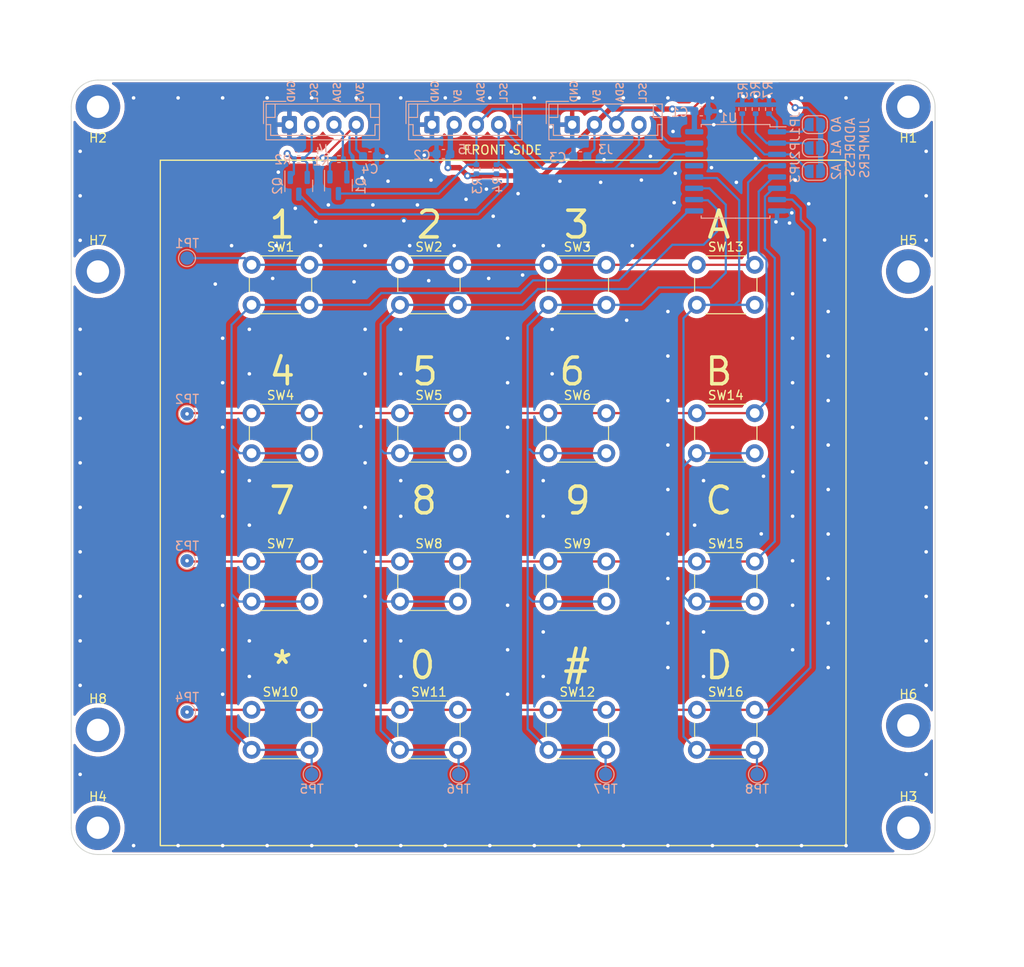
<source format=kicad_pcb>
(kicad_pcb (version 20221018) (generator pcbnew)
  (layers (0 "F.Cu" signal) (31 "B.Cu" signal) (34 "B.Paste" user) (35 "F.Paste" user) (36 "B.SilkS" user "B.Silkscreen") (37 "F.SilkS" user "F.Silkscreen") (38 "B.Mask" user) (39 "F.Mask" user) (44 "Edge.Cuts" user))
  (net 0 "")
  (net 1 "+5V")
  (net 2 "GND")
  (net 3 "/PIN1")
  (net 4 "/PIN2")
  (net 5 "/PIN3")
  (net 6 "/PIN4")
  (net 7 "/PIN5")
  (net 8 "/PIN6")
  (net 9 "/PIN7")
  (net 10 "/PIN8")
  (net 11 "/SDA5")
  (net 12 "/SCL5")
  (net 13 "/SCL")
  (net 14 "/SDA")
  (net 15 "+3V3")
  (net 16 "/A0")
  (net 17 "/A1")
  (net 18 "/A2")
  (footprint "MountingHole:MountingHole_2.5mm_Pad" (layer "F.Cu") (at 182 143)
    (fp_text reference "H3")
    (fp_text value "MountingHole")
  )
  (footprint "MountingHole:MountingHole_2.5mm_Pad" (layer "F.Cu") (at 182 131.5)
    (fp_text reference "H6")
    (fp_text value "MountingHole")
  )
  (footprint "Button_Switch_THT:SW_PUSH_6mm_H4.3mm" (layer "F.Cu") (at 108.251 129.748)
    (fp_text reference "SW10")
    (fp_text value "B*")
  )
  (footprint "Button_Switch_THT:SW_PUSH_6mm_H4.3mm" (layer "F.Cu") (at 124.917 96.416)
    (fp_text reference "SW5")
    (fp_text value "B5")
  )
  (footprint "Button_Switch_THT:SW_PUSH_6mm_H4.3mm" (layer "F.Cu") (at 158.249 113.082)
    (fp_text reference "SW15")
    (fp_text value "BC")
  )
  (footprint "Button_Switch_THT:SW_PUSH_6mm_H4.3mm" (layer "F.Cu") (at 141.583 129.748)
    (fp_text reference "SW12")
    (fp_text value "B#")
  )
  (footprint "MountingHole:MountingHole_2.5mm_Pad" (layer "F.Cu") (at 91 62 180)
    (fp_text reference "H2")
    (fp_text value "MountingHole")
  )
  (footprint "MountingHole:MountingHole_2.5mm_Pad" (layer "F.Cu") (at 91 80.5)
    (fp_text reference "H7")
    (fp_text value "MountingHole")
  )
  (footprint "Button_Switch_THT:SW_PUSH_6mm_H4.3mm" (layer "F.Cu") (at 158.249 129.748)
    (fp_text reference "SW16")
    (fp_text value "BD")
  )
  (footprint "Button_Switch_THT:SW_PUSH_6mm_H4.3mm" (layer "F.Cu") (at 108.251 96.416)
    (fp_text reference "SW4")
    (fp_text value "B4")
  )
  (footprint "Button_Switch_THT:SW_PUSH_6mm_H4.3mm" (layer "F.Cu") (at 124.917 79.75)
    (fp_text reference "SW2")
    (fp_text value "B2")
  )
  (footprint "Button_Switch_THT:SW_PUSH_6mm_H4.3mm" (layer "F.Cu") (at 124.917 129.748)
    (fp_text reference "SW11")
    (fp_text value "B0")
  )
  (footprint "MountingHole:MountingHole_2.5mm_Pad" (layer "F.Cu") (at 91 143)
    (fp_text reference "H4")
    (fp_text value "MountingHole")
  )
  (footprint "Button_Switch_THT:SW_PUSH_6mm_H4.3mm" (layer "F.Cu") (at 158.249 79.75)
    (fp_text reference "SW13")
    (fp_text value "BA")
  )
  (footprint "MountingHole:MountingHole_2.5mm_Pad" (layer "F.Cu") (at 91 132)
    (fp_text reference "H8")
    (fp_text value "MountingHole")
  )
  (footprint "Button_Switch_THT:SW_PUSH_6mm_H4.3mm" (layer "F.Cu") (at 141.583 96.416)
    (fp_text reference "SW6")
    (fp_text value "B6")
  )
  (footprint "MountingHole:MountingHole_2.5mm_Pad" (layer "F.Cu") (at 182 80.5)
    (fp_text reference "H5")
    (fp_text value "MountingHole")
  )
  (footprint "Button_Switch_THT:SW_PUSH_6mm_H4.3mm" (layer "F.Cu") (at 108.251 79.75)
    (fp_text reference "SW1")
    (fp_text value "B1")
  )
  (footprint "Button_Switch_THT:SW_PUSH_6mm_H4.3mm" (layer "F.Cu") (at 124.917 113.082)
    (fp_text reference "SW8")
    (fp_text value "B8")
  )
  (footprint "Button_Switch_THT:SW_PUSH_6mm_H4.3mm" (layer "F.Cu") (at 141.583 79.75)
    (fp_text reference "SW3")
    (fp_text value "B3")
  )
  (footprint "Button_Switch_THT:SW_PUSH_6mm_H4.3mm" (layer "F.Cu") (at 108.251 113.082)
    (fp_text reference "SW7")
    (fp_text value "B7")
  )
  (footprint "Button_Switch_THT:SW_PUSH_6mm_H4.3mm" (layer "F.Cu") (at 141.583 113.082)
    (fp_text reference "SW9")
    (fp_text value "B9")
  )
  (footprint "Button_Switch_THT:SW_PUSH_6mm_H4.3mm" (layer "F.Cu") (at 158.249 96.416)
    (fp_text reference "SW14")
    (fp_text value "BB")
  )
  (footprint "MountingHole:MountingHole_2.5mm_Pad" (layer "F.Cu") (at 182 62 180)
    (fp_text reference "H1")
    (fp_text value "MountingHole")
  )
  (footprint "TestPoint:TestPoint_Pad_D1.5mm" (layer "B.Cu") (at 165 137)
    (fp_text reference "TP8")
    (fp_text value "TestPoint")
  )
  (footprint "Package_TO_SOT_SMD:SOT-23" (layer "B.Cu") (at 118 70.8125 -90)
    (fp_text reference "Q1")
    (fp_text value "2N7002")
  )
  (footprint "Capacitor_SMD:C_0603_1608Metric" (layer "B.Cu") (at 158.75 62.5)
    (fp_text reference "C1")
    (fp_text value "100nF")
  )
  (footprint "Jumper:SolderJumper-2_P1.3mm_Open_RoundedPad1.0x1.5mm" (layer "B.Cu") (at 171.5 69.25 180)
    (fp_text reference "JP3")
    (fp_text value "ADDR")
  )
  (footprint "Connector_JST:JST_EH_B4B-EH-A_1x04_P2.50mm_Vertical" (layer "B.Cu") (at 128.5 64)
    (fp_text reference "J5")
    (fp_text value "I2C")
  )
  (footprint "Capacitor_SMD:C_0603_1608Metric" (layer "B.Cu") (at 129.794 67.31 180)
    (fp_text reference "C2")
    (fp_text value "100nF")
  )
  (footprint "TestPoint:TestPoint_Pad_D1.5mm" (layer "B.Cu") (at 101 113 180)
    (fp_text reference "TP3")
    (fp_text value "TestPoint")
  )
  (footprint "Jumper:SolderJumper-2_P1.3mm_Open_RoundedPad1.0x1.5mm" (layer "B.Cu") (at 171.5 66.625 180)
    (fp_text reference "JP2")
    (fp_text value "ADDR")
  )
  (footprint "Jumper:SolderJumper-2_P1.3mm_Open_RoundedPad1.0x1.5mm" (layer "B.Cu") (at 171.5 64 180)
    (fp_text reference "JP1")
    (fp_text value "ADDR")
  )
  (footprint "TestPoint:TestPoint_Pad_D1.5mm" (layer "B.Cu") (at 131.5 137)
    (fp_text reference "TP6")
    (fp_text value "TestPoint")
  )
  (footprint "Connector_JST:JST_EH_B4B-EH-A_1x04_P2.50mm_Vertical" (layer "B.Cu") (at 144.25 64)
    (fp_text reference "J3")
    (fp_text value "I2C")
  )
  (footprint "Resistor_SMD:R_0402_1005Metric" (layer "B.Cu") (at 118.06 67.875)
    (fp_text reference "R1")
    (fp_text value "10K")
  )
  (footprint "TestPoint:TestPoint_Pad_D1.5mm" (layer "B.Cu") (at 115 137)
    (fp_text reference "TP5")
    (fp_text value "TestPoint")
  )
  (footprint "Package_TO_SOT_SMD:SOT-23" (layer "B.Cu") (at 113.55 70.875 -90)
    (fp_text reference "Q2")
    (fp_text value "2N7002")
  )
  (footprint "TestPoint:TestPoint_Pad_D1.5mm" (layer "B.Cu") (at 101 96.5 180)
    (fp_text reference "TP2")
    (fp_text value "TestPoint")
  )
  (footprint "Resistor_SMD:R_0402_1005Metric" (layer "B.Cu") (at 135.75 69.01 90)
    (fp_text reference "R4")
    (fp_text value "10K")
  )
  (footprint "Capacitor_SMD:C_0603_1608Metric" (layer "B.Cu") (at 121.539 67.564)
    (fp_text reference "C4")
    (fp_text value "100nF")
  )
  (footprint "Connector_JST:JST_EH_B4B-EH-A_1x04_P2.50mm_Vertical" (layer "B.Cu") (at 112.5 64)
    (fp_text reference "J4")
    (fp_text value "I2C")
  )
  (footprint "TestPoint:TestPoint_Pad_D1.5mm" (layer "B.Cu") (at 101 79 180)
    (fp_text reference "TP1")
    (fp_text value "TestPoint")
  )
  (footprint "Package_SO:SOIC-16W_7.5x10.3mm_P1.27mm" (layer "B.Cu") (at 162.6 69.25 180)
    (fp_text reference "U1")
    (fp_text value "PCF8574")
  )
  (footprint "Resistor_SMD:R_0402_1005Metric" (layer "B.Cu") (at 113.55 67.875)
    (fp_text reference "R2")
    (fp_text value "10K")
  )
  (footprint "TestPoint:TestPoint_Pad_D1.5mm" (layer "B.Cu") (at 101 130 180)
    (fp_text reference "TP4")
    (fp_text value "TestPoint")
  )
  (footprint "Resistor_SMD:R_0402_1005Metric" (layer "B.Cu") (at 133.5 69.01 90)
    (fp_text reference "R3")
    (fp_text value "10K")
  )
  (footprint "Resistor_SMD:R_0402_1005Metric" (layer "B.Cu") (at 163.35 62.26 90)
    (fp_text reference "R5")
    (fp_text value "10K")
  )
  (footprint "Capacitor_SMD:C_0603_1608Metric" (layer "B.Cu") (at 145.174 67.564 180)
    (fp_text reference "C3")
    (fp_text value "100nF")
  )
  (footprint "Resistor_SMD:R_0402_1005Metric" (layer "B.Cu") (at 164.85 62.26 90)
    (fp_text reference "R6")
    (fp_text value "10K")
  )
  (footprint "TestPoint:TestPoint_Pad_D1.5mm" (layer "B.Cu") (at 148 137)
    (fp_text reference "TP7")
    (fp_text value "TestPoint")
  )
  (footprint "Resistor_SMD:R_0402_1005Metric" (layer "B.Cu") (at 166.35 62.26 90)
    (fp_text reference "R7")
    (fp_text value "10K")
  )
  (gr_rect (start 98 68) (end 175 145) (stroke (width 0.15)) (fill none) (layer "F.SilkS"))
  (gr_line (start 91 59) (end 182 59) (stroke (width 0.1)) (layer "Edge.Cuts"))
  (gr_arc (start 182 59) (mid 184.12132 59.87868) (end 185 62) (stroke (width 0.1)) (layer "Edge.Cuts"))
  (gr_line (start 185 62) (end 185 143) (stroke (width 0.1)) (layer "Edge.Cuts"))
  (gr_arc (start 91 146) (mid 88.87868 145.12132) (end 88 143) (stroke (width 0.1)) (layer "Edge.Cuts"))
  (gr_arc (start 88 62) (mid 88.87868 59.87868) (end 91 59) (stroke (width 0.1)) (layer "Edge.Cuts"))
  (gr_line (start 88 62) (end 88 143) (stroke (width 0.1)) (layer "Edge.Cuts"))
  (gr_arc (start 185 143) (mid 184.12132 145.12132) (end 182 146) (stroke (width 0.1)) (layer "Edge.Cuts"))
  (gr_line (start 91 146) (end 182 146) (stroke (width 0.1)) (layer "Edge.Cuts"))
  (gr_text "ADDRESS\nJUMPERS" (at 177.673 63.119 90) (layer "B.SilkS") (effects (font (size 1 1)) (justify left bottom mirror)))
  (gr_text "GND\n\nSCL\n\nSDA\n\n3V3" (at 120.904 61.595 90) (layer "B.SilkS") (effects (font (size 0.8 0.8)) (justify right bottom mirror)))
  (gr_text "GND\n\n5V\n\nSDA\n\nSCL" (at 137.033 61.595 90) (layer "B.SilkS") (effects (font (size 0.8 0.8)) (justify right bottom mirror)))
  (gr_text "GND\n\n5V\n\nSDA\n\nSCL" (at 152.654 61.595 90) (layer "B.SilkS") (effects (font (size 0.8 0.8)) (justify right bottom mirror)))
  (gr_text "A0" (at 174.498 62.992 90) (layer "B.SilkS") (effects (font (size 1 1)) (justify left bottom mirror)))
  (gr_text "A2" (at 174.498 68.326 90) (layer "B.SilkS") (effects (font (size 1 1)) (justify left bottom mirror)))
  (gr_text "A1" (at 174.498 65.659 90) (layer "B.SilkS") (effects (font (size 1 1)) (justify left bottom mirror)))
  (gr_text "9" (at 143.182731 108) (layer "F.SilkS") (effects (font (size 3 3) (thickness 0.4)) (justify left bottom)))
  (gr_text "3" (at 143.071758 77) (layer "F.SilkS") (effects (font (size 3 3) (thickness 0.4)) (justify left bottom)))
  (gr_text "5" (at 126.035879 93.5) (layer "F.SilkS") (effects (font (size 3 3) (thickness 0.4)) (justify left bottom)))
  (gr_text "B" (at 158.956463 93.5) (layer "F.SilkS") (effects (font (size 3 3) (thickness 0.4)) (justify left bottom)))
  (gr_text "*" (at 110.285714 126.5) (layer "F.SilkS") (effects (font (size 3 3) (thickness 0.4)) (justify left bottom)))
  (gr_text "D" (at 158.956463 126.5) (layer "F.SilkS") (effects (font (size 3 3) (thickness 0.4)) (justify left bottom)))
  (gr_text "A" (at 159.170749 77) (layer "F.SilkS") (effects (font (size 3 3) (thickness 0.4)) (justify left bottom)))
  (gr_text "2" (at 126.535879 77) (layer "F.SilkS") (effects (font (size 3 3) (thickness 0.4)) (justify left bottom)))
  (gr_text "4" (at 110 93.5) (layer "F.SilkS") (effects (font (size 3 3) (thickness 0.4)) (justify left bottom)))
  (gr_text "#" (at 143 126.5) (layer "F.SilkS") (effects (font (size 3 3) (thickness 0.4)) (justify left bottom)))
  (gr_text "FRONT SIDE" (at 131.970238 67.437) (layer "F.SilkS") (effects (font (size 1 1)) (justify left bottom)))
  (gr_text "1" (at 110 77) (layer "F.SilkS") (effects (font (size 3 3) (thickness 0.4)) (justify left bottom)))
  (gr_text "7" (at 110 108) (layer "F.SilkS") (effects (font (size 3 3) (thickness 0.4)) (justify left bottom)))
  (gr_text "6" (at 142.571758 93.5) (layer "F.SilkS") (effects (font (size 3 3) (thickness 0.4)) (justify left bottom)))
  (gr_text "8" (at 125.929112 108) (layer "F.SilkS") (effects (font (size 3 3) (thickness 0.4)) (justify left bottom)))
  (gr_text "C" (at 158.956463 108) (layer "F.SilkS") (effects (font (size 3 3) (thickness 0.4)) (justify left bottom)))
  (gr_text "0" (at 125.746381 126.5) (layer "F.SilkS") (effects (font (size 3 3) (thickness 0.4)) (justify left bottom)))
  (segment (start 146.75 64) (end 148.5 62.25) (width 0.6) (layer "F.Cu") (net 1))
  (segment (start 167.296 60.108) (end 159.866694 60.108) (width 0.25) (layer "F.Cu") (net 1))
  (segment (start 130.302 68.834) (end 131.584 68.834) (width 0.6) (layer "F.Cu") (net 1))
  (segment (start 131.584 68.834) (end 132.5 69.75) (width 0.6) (layer "F.Cu") (net 1))
  (segment (start 148.5 62.25) (end 155.5 62.25) (width 0.6) (layer "F.Cu") (net 1))
  (segment (start 157.724695 62.25) (end 155.5 62.25) (width 0.25) (layer "F.Cu") (net 1))
  (segment (start 146.75 64) (end 141 69.75) (width 0.6) (layer "F.Cu") (net 1))
  (segment (start 159.866694 60.108) (end 157.724695 62.25) (width 0.25) (layer "F.Cu") (net 1))
  (segment (start 141 69.75) (end 132.5 69.75) (width 0.6) (layer "F.Cu") (net 1))
  (segment (start 169.291 62.103) (end 167.296 60.108) (width 0.25) (layer "F.Cu") (net 1))
  (via (at 130.302 68.834) (size 0.8) (drill 0.4) (layers "F.Cu" "B.Cu") (net 1))
  (via (at 155.5 62.25) (size 0.8) (drill 0.4) (layers "F.Cu" "B.Cu") (net 1))
  (via (at 132.5 69.75) (size 0.8) (drill 0.4) (layers "F.Cu" "B.Cu") (net 1))
  (via (at 169.291 62.103) (size 0.8) (drill 0.4) (layers "F.Cu" "B.Cu") (net 1))
  (segment (start 132.5 69.75) (end 133.27 69.75) (width 0.25) (layer "B.Cu") (net 1))
  (segment (start 146.75 66.763) (end 146.75 64) (width 0.25) (layer "B.Cu") (net 1))
  (segment (start 133.5 69.52) (end 135.75 69.52) (width 0.25) (layer "B.Cu") (net 1))
  (segment (start 172.15 63.59038) (end 172.15 64) (width 0.25) (layer "B.Cu") (net 1))
  (segment (start 130.569 67.31) (end 130.569 64.431) (width 0.6) (layer "B.Cu") (net 1))
  (segment (start 157.975 64.78) (end 157.95 64.805) (width 0.6) (layer "B.Cu") (net 1))
  (segment (start 170.66262 62.103) (end 172.15 63.59038) (width 0.25) (layer "B.Cu") (net 1))
  (segment (start 130.569 64.431) (end 131 64) (width 0.6) (layer "B.Cu") (net 1))
  (segment (start 133.27 69.75) (end 133.5 69.52) (width 0.25) (layer "B.Cu") (net 1))
  (segment (start 130.302 68.834) (end 130.302 67.577) (width 0.6) (layer "B.Cu") (net 1))
  (segment (start 157.725 62.25) (end 157.975 62.5) (width 0.6) (layer "B.Cu") (net 1))
  (segment (start 145.949 67.564) (end 146.75 66.763) (width 0.25) (layer "B.Cu") (net 1))
  (segment (start 157.975 62.5) (end 157.975 64.78) (width 0.6) (layer "B.Cu") (net 1))
  (segment (start 169.291 62.103) (end 170.66262 62.103) (width 0.25) (layer "B.Cu") (net 1))
  (segment (start 130.302 67.577) (end 130.569 67.31) (width 0.6) (layer "B.Cu") (net 1))
  (segment (start 172.15 69.25) (end 172.15 64) (width 0.6) (layer "B.Cu") (net 1))
  (segment (start 155.5 62.25) (end 157.725 62.25) (width 0.6) (layer "B.Cu") (net 1))
  (via (at 89 72) (size 0.8) (drill 0.4) (layers "F.Cu" "B.Cu") (net 2))
  (via (at 89 97) (size 0.8) (drill 0.4) (layers "F.Cu" "B.Cu") (net 2))
  (via (at 184 97) (size 0.8) (drill 0.4) (layers "F.Cu" "B.Cu") (net 2))
  (via (at 169 103) (size 0.8) (drill 0.4) (layers "F.Cu" "B.Cu") (net 2))
  (via (at 121 127) (size 0.8) (drill 0.4) (layers "F.Cu" "B.Cu") (net 2))
  (via (at 115 61) (size 0.8) (drill 0.4) (layers "F.Cu" "B.Cu") (net 2))
  (via (at 184 117) (size 0.8) (drill 0.4) (layers "F.Cu" "B.Cu") (net 2))
  (via (at 89 117) (size 0.8) (drill 0.4) (layers "F.Cu" "B.Cu") (net 2))
  (via (at 155 85) (size 0.8) (drill 0.4) (layers "F.Cu" "B.Cu") (net 2))
  (via (at 145 145) (size 0.8) (drill 0.4) (layers "F.Cu" "B.Cu") (net 2))
  (via (at 137.414 67.056) (size 0.8) (drill 0.4) (layers "F.Cu" "B.Cu") (net 2))
  (via (at 172.593 76.962) (size 0.8) (drill 0.4) (layers "F.Cu" "B.Cu") (net 2))
  (via (at 169 93) (size 0.8) (drill 0.4) (layers "F.Cu" "B.Cu") (net 2))
  (via (at 169 83) (size 0.8) (drill 0.4) (layers "F.Cu" "B.Cu") (net 2))
  (via (at 115.443 74.93) (size 0.8) (drill 0.4) (layers "F.Cu" "B.Cu") (net 2))
  (via (at 184 127) (size 0.8) (drill 0.4) (layers "F.Cu" "B.Cu") (net 2))
  (via (at 155 90) (size 0.8) (drill 0.4) (layers "F.Cu" "B.Cu") (net 2))
  (via (at 137 98) (size 0.8) (drill 0.4) (layers "F.Cu" "B.Cu") (net 2))
  (via (at 155 100) (size 0.8) (drill 0.4) (layers "F.Cu" "B.Cu") (net 2))
  (via (at 184 112) (size 0.8) (drill 0.4) (layers "F.Cu" "B.Cu") (net 2))
  (via (at 175 61) (size 0.8) (drill 0.4) (layers "F.Cu" "B.Cu") (net 2))
  (via (at 105 98) (size 0.8) (drill 0.4) (layers "F.Cu" "B.Cu") (net 2))
  (via (at 130 61) (size 0.8) (drill 0.4) (layers "F.Cu" "B.Cu") (net 2))
  (via (at 164.846 67.818) (size 0.8) (drill 0.4) (layers "F.Cu" "B.Cu") (net 2))
  (via (at 137 103) (size 0.8) (drill 0.4) (layers "F.Cu" "B.Cu") (net 2))
  (via (at 152.019 70.231) (size 0.8) (drill 0.4) (layers "F.Cu" "B.Cu") (net 2))
  (via (at 169 118) (size 0.8) (drill 0.4) (layers "F.Cu" "B.Cu") (net 2))
  (via (at 173 110) (size 0.8) (drill 0.4) (layers "F.Cu" "B.Cu") (net 2))
  (via (at 160 145) (size 0.8) (drill 0.4) (layers "F.Cu" "B.Cu") (net 2))
  (via (at 121 92) (size 0.8) (drill 0.4) (layers "F.Cu" "B.Cu") (net 2))
  (via (at 105 88) (size 0.8) (drill 0.4) (layers "F.Cu" "B.Cu") (net 2))
  (via (at 123.571 70.358) (size 0.8) (drill 0.4) (layers "F.Cu" "B.Cu") (net 2))
  (via (at 155 110) (size 0.8) (drill 0.4) (layers "F.Cu" "B.Cu") (net 2))
  (via (at 89 112) (size 0.8) (drill 0.4) (layers "F.Cu" "B.Cu") (net 2))
  (via (at 121 117) (size 0.8) (drill 0.4) (layers "F.Cu" "B.Cu") (net 2))
  (via (at 105 128) (size 0.8) (drill 0.4) (layers "F.Cu" "B.Cu") (net 2))
  (via (at 108 92) (size 0.8) (drill 0.4) (layers "F.Cu" "B.Cu") (net 2))
  (via (at 155 115) (size 0.8) (drill 0.4) (layers "F.Cu" "B.Cu") (net 2))
  (via (at 135 61) (size 0.8) (drill 0.4) (layers "F.Cu" "B.Cu") (net 2))
  (via (at 159 104) (size 0.8) (drill 0.4) (layers "F.Cu" "B.Cu") (net 2))
  (via (at 108 122) (size 0.8) (drill 0.4) (layers "F.Cu" "B.Cu") (net 2))
  (via (at 184 137) (size 0.8) (drill 0.4) (layers "F.Cu" "B.Cu") (net 2))
  (via (at 100 145) (size 0.8) (drill 0.4) (layers "F.Cu" "B.Cu") (net 2))
  (via (at 160 61) (size 0.8) (drill 0.4) (layers "F.Cu" "B.Cu") (net 2))
  (via (at 170 61) (size 0.8) (drill 0.4) (layers "F.Cu" "B.Cu") (net 2))
  (via (at 173 90) (size 0.8) (drill 0.4) (layers "F.Cu" "B.Cu") (net 2))
  (via (at 126.003 77.597) (size 0.8) (drill 0.4) (layers "F.Cu" "B.Cu") (net 2))
  (via (at 155 105) (size 0.8) (drill 0.4) (layers "F.Cu" "B.Cu") (net 2))
  (via (at 110 61) (size 0.8) (drill 0.4) (layers "F.Cu" "B.Cu") (net 2))
  (via (at 121 102) (size 0.8) (drill 0.4) (layers "F.Cu" "B.Cu") (net 2))
  (via (at 113.157 73.406) (size 0.8) (drill 0.4) (layers "F.Cu" "B.Cu") (net 2))
  (via (at 95 145) (size 0.8) (drill 0.4) (layers "F.Cu" "B.Cu") (net 2))
  (via (at 153.035 67.564) (size 0.8) (drill 0.4) (layers "F.Cu" "B.Cu") (net 2))
  (via (at 184 92) (size 0.8) (drill 0.4) (layers "F.Cu" "B.Cu") (net 2))
  (via (at 116.873 73.025) (size 0.8) (drill 0.4) (layers "F.Cu" "B.Cu") (net 2))
  (via (at 169.291 70.231) (size 0.8) (drill 0.4) (layers "F.Cu" "B.Cu") (net 2))
  (via (at 127.635 67.437) (size 0.8) (drill 0.4) (layers "F.Cu" "B.Cu") (net 2))
  (via (at 138.176 71.755) (size 0.8) (drill 0.4) (layers "F.Cu" "B.Cu") (net 2))
  (via (at 89 127) (size 0.8) (drill 0.4) (layers "F.Cu" "B.Cu") (net 2))
  (via (at 142 92) (size 0.8) (drill 0.4) (layers "F.Cu" "B.Cu") (net 2))
  (via (at 141 108) (size 0.8) (drill 0.4) (layers "F.Cu" "B.Cu") (net 2))
  (via (at 137 93) (size 0.8) (drill 0.4) (layers "F.Cu" "B.Cu") (net 2))
  (via (at 150 145) (size 0.8) (drill 0.4) (layers "F.Cu" "B.Cu") (net 2))
  (via (at 125 108) (size 0.8) (drill 0.4) (layers "F.Cu" "B.Cu") (net 2))
  (via (at 140 61) (size 0.8) (drill 0.4) (layers "F.Cu" "B.Cu") (net 2))
  (via (at 105 118) (size 0.8) (drill 0.4) (layers "F.Cu" "B.Cu") (net 2))
  (via (at 135.382 74.295) (size 0.8) (drill 0.4) (layers "F.Cu" "B.Cu") (net 2))
  (via (at 159.893 68.834) (size 0.8) (drill 0.4) (layers "F.Cu" "B.Cu") (net 2))
  (via (at 125 145) (size 0.8) (drill 0.4) (layers "F.Cu" "B.Cu") (net 2))
  (via (at 175 145) (size 0.8) (drill 0.4) (layers "F.Cu" "B.Cu") (net 2))
  (via (at 89 137) (size 0.8) (drill 0.4) (layers "F.Cu" "B.Cu") (net 2))
  (via (at 159 126) (size 0.8) (drill 0.4) (layers "F.Cu" "B.Cu") (net 2))
  (via (at 89 87) (size 0.8) (drill 0.4) (layers "F.Cu" "B.Cu") (net 2))
  (via (at 105 108) (size 0.8) (drill 0.4) (layers "F.Cu" "B.Cu") (net 2))
  (via (at 169 123) (size 0.8) (drill 0.4) (layers "F.Cu" "B.Cu") (net 2))
  (via (at 95 61) (size 0.8) (drill 0.4) (layers "F.Cu" "B.Cu") (net 2))
  (via (at 135 145) (size 0.8) (drill 0.4) (layers "F.Cu" "B.Cu") (net 2))
  (via (at 100 61) (size 0.8) (drill 0.4) (layers "F.Cu" "B.Cu") (net 2))
  (via (at 155.702 72.771) (size 0.8) (drill 0.4) (layers "F.Cu" "B.Cu") (net 2))
  (via (at 108 126) (size 0.8) (drill 0.4) (layers "F.Cu" "B.Cu") (net 2))
  (via (at 125 87) (size 0.8) (drill 0.4) (layers "F.Cu" "B.Cu") (net 2))
  (via (at 111.252 69.342) (size 0.8) (drill 0.4) (layers "F.Cu" "B.Cu") (net 2))
  (via (at 158 109) (size 0.8) (drill 0.4) (layers "F.Cu" "B.Cu") (net 2))
  (via (at 146.003 77.597) (size 0.8) (drill 0.4) (layers "F.Cu" "B.Cu") (net 2))
  (via (at 173 120) (size 0.8) (drill 0.4) (layers "F.Cu" "B.Cu") (net 2))
  (via (at 141 126) (size 0.8) (drill 0.4) (layers "F.Cu" "B.Cu") (net 2))
  (via (at 108 109) (size 0.8) (drill 0.4) (layers "F.Cu" "B.Cu") (net 2))
  (via (at 166.37 60.833) (size 0.8) (drill 0.4) (layers "F.Cu" "B.Cu") (net 2))
  (via (at 137 108) (size 0.8) (drill 0.4) (layers "F.Cu" "B.Cu") (net 2))
  (via (at 108 87) (size 0.8) (drill 0.4) (layers "F.Cu" "B.Cu") (net 2))
  (via (at 184 67) (size 0.8) (drill 0.4) (layers "F.Cu" "B.Cu") (net 2))
  (via (at 160.909 62.484) (size 0.8) (drill 0.4) (layers "F.Cu" "B.Cu") (net 2))
  (via (at 163.449 60.833) (size 0.8) (drill 0.4) (layers "F.Cu" "B.Cu") (net 2))
  (via (at 184 77) (size 0.8) (drill 0.4) (layers "F.Cu" "B.Cu") (net 2))
  (via (at 125 61) (size 0.8) (drill 0.4) (layers "F.Cu" "B.Cu") (net 2))
  (via (at 155.829 69.469) (size 0.8) (drill 0.4) (layers "F.Cu" "B.Cu") (net 2))
  (via (at 137 123) (size 0.8) (drill 0.4) (layers "F.Cu" "B.Cu") (net 2))
  (via (at 121 107) (size 0.8) (drill 0.4) (layers "F.Cu" "B.Cu") (net 2))
  (via (at 173 95) (size 0.8) (drill 0.4) (layers "F.Cu" "B.Cu") (net 2))
  (via (at 138.303 63.754) (size 0.8) (drill 0.4) (layers "F.Cu" "B.Cu") (net 2))
  (via (at 173 115) (size 0.8) (drill 0.4) (layers "F.Cu" "B.Cu") (net 2))
  (via (at 125 122) (size 0.8) (drill 0.4) (layers "F.Cu" "B.Cu") (net 2))
  (via (at 184 107) (size 0.8) (drill 0.4) (layers "F.Cu" "B.Cu") (net 2))
  (via (at 165.481 109.982) (size 0.8) (drill 0.4) (layers "F.Cu" "B.Cu") (net 2))
  (via (at 120.523 97.917) (size 0.8) (drill 0.4) (layers "F.Cu" "B.Cu") (net 2))
  (via (at 169 113) (size 0.8) (drill 0.4) (layers "F.Cu" "B.Cu") (net 2))
  (via (at 155 120) (size 0.8) (drill 0.4) (layers "F.Cu" "B.Cu") (net 2))
  (via (at 165 145) (size 0.8) (drill 0.4) (layers "F.Cu" "B.Cu") (net 2))
  (via (at 164.846 60.833) (size 0.8) (drill 0.4) (layers "F.Cu" "B.Cu") (net 2))
  (via (at 119.761 81.661) (size 0.8) (drill 0.4) (layers "F.Cu" "B.Cu") (net 2))
  (via (at 173 125) (size 0.8) (drill 0.4) (layers "F.Cu" "B.Cu") (net 2))
  (via (at 173 105) (size 0.8) (drill 0.4) (layers "F.Cu" "B.Cu") (net 2))
  (via (at 121 87) (size 0.8) (drill 0.4) (layers "F.Cu" "B.Cu") (net 2))
  (via (at 125 92) (size 0.8) (drill 0.4) (layers "F.Cu" "B.Cu") (net 2))
  (via (at 104.173 81.915) (size 0.8) (drill 0.4) (layers "F.Cu" "B.Cu") (net 2))
  (via (at 136.003 77.597) (size 0.8) (drill 0.4) (layers "F.Cu" "B.Cu") (net 2))
  (via (at 120.65 69.977) (size 0.8) (drill 0.4) (layers "F.Cu" "B.Cu") (net 2))
  (via (at 159 121) (size 0.8) (drill 0.4) (layers "F.Cu" "B.Cu") (net 2))
  (via (at 141 104) (size 0.8) (drill 0.4) (layers "F.Cu" "B.Cu") (net 2))
  (via (at 140 145) (size 0.8) (drill 0.4) (layers "F.Cu" "B.Cu") (net 2))
  (via (at 184 87) (size 0.8) (drill 0.4) (layers "F.Cu" "B.Cu") (net 2))
  (via (at 184 72) (size 0.8) (drill 0.4) (layers "F.Cu" "B.Cu") (net 2))
  (via (at 169 88) (size 0.8) (drill 0.4) (layers "F.Cu" "B.Cu") (net 2))
  (via (at 115 145) (size 0.8) (drill 0.4) (layers "F.Cu" "B.Cu") (net 2))
  (via (at 147.828 67.945) (size 0.8) (drill 0.4) (layers "F.Cu" "B.Cu") (net 2))
  (via (at 155 145) (size 0.8) (drill 0.4) (layers "F.Cu" "B.Cu") (net 2))
  (via (at 134.874 81.28) (size 0.8) (drill 0.4) (layers "F.Cu" "B.Cu") (net 2))
  (via (at 105 123) (size 0.8) (drill 0.4) (layers "F.Cu" "B.Cu") (net 2))
  (via (at 138.684 80.899) (size 0.8) (drill 0.4) (layers "F.Cu" "B.Cu") (net 2))
  (via (at 168.656 75.057) (size 0.8) (drill 0.4) (layers "F.Cu" "B.Cu") (net 2))
  (via (at 105 93) (size 0.8) (drill 0.4) (layers "F.Cu" "B.Cu") (net 2))
  (via (at 150.368 85.979) (size 0.8) (drill 0.4) (layers "F.Cu" "B.Cu") (net 2))
  (via (at 173 85) (size 0.8) (drill 0.4) (layers "F.Cu" "B.Cu") (net 2))
  (via (at 121.873 73.025) (size 0.8) (drill 0.4) (layers "F.Cu" "B.Cu") (net 2))
  (via (at 150 61) (size 0.8) (drill 0.4) (layers "F.Cu" "B.Cu") (net 2))
  (via (at 89 122) (size 0.8) (drill 0.4) (layers "F.Cu" "B.Cu") (net 2))
  (via (at 151.003 77.597) (size 0.8) (drill 0.4) (layers "F.Cu" "B.Cu") (net 2))
  (via (at 168.91 73.914) (size 0.8) (drill 0.4) (layers "F.Cu" "B.Cu") (net 2))
  (via (at 125.349 74.803) (size 0.8) (drill 0.4) (layers "F.Cu" "B.Cu") (net 2))
  (via (at 165.735 103.505) (size 0.8) (drill 0.4) (layers "F.Cu" "B.Cu") (net 2))
  (via (at 167.132 74.93) (size 0.8) (drill 0.4) (layers "F.Cu" "B.Cu") (net 2))
  (via (at 142 87) (size 0.8) (drill 0.4) (layers "F.Cu" "B.Cu") (net 2))
  (via (at 137 128) (size 0.8) (drill 0.4) (layers "F.Cu" "B.Cu") (net 2))
  (via (at 155 125) (size 0.8) (drill 0.4) (layers "F.Cu" "B.Cu") (net 2))
  (via (at 170 145) (size 0.8) (drill 0.4) (layers "F.Cu" "B.Cu") (net 2))
  (via (at 160.147 64.008) (size 0.8) (drill 0.4) (layers "F.Cu" "B.Cu") (net 2))
  (via (at 121 112) (size 0.8) (drill 0.4) (layers "F.Cu" "B.Cu") (net 2))
  (via (at 155.575 64.77) (size 0.8) (drill 0.4) (layers "F.Cu" "B.Cu") (net 2))
  (via (at 134.62 71.247) (size 0.8) (drill 0.4) (layers "F.Cu" "B.Cu") (net 2))
  (via (at 120 145) (size 0.8) (drill 0.4) (layers "F.Cu" "B.Cu") (net 2))
  (via (at 184 102) (size 0.8) (drill 0.4) (layers "F.Cu" "B.Cu") (net 2))
  (via (at 108 104) (size 0.8) (drill 0.4) (layers "F.Cu" "B.Cu") (net 2))
  (via (at 89 67) (size 0.8) (drill 0.4) (layers "F.Cu" "B.Cu") (net 2))
  (via (at 125 104) (size 0.8) (drill 0.4) (layers "F.Cu" "B.Cu") (net 2))
  (via (at 116.003 77.597) (size 0.8) (drill 0.4) (layers "F.Cu" "B.Cu") (net 2))
  (via (at 141 121) (size 0.8) (drill 0.4) (layers "F.Cu" "B.Cu") (net 2))
  (via (at 110 145) (size 0.8) (drill 0.4) (layers "F.Cu" "B.Cu") (net 2))
  (via (at 173 100) (size 0.8) (drill 0.4) (layers "F.Cu" "B.Cu") (net 2))
  (via (at 121.003 77.597) (size 0.8) (drill 0.4) (layers "F.Cu" "B.Cu") (net 2))
  (via (at 121 122) (size 0.8) (drill 0.4) (layers "F.Cu" "B.Cu") (net 2))
  (via (at 89 77) (size 0.8) (drill 0.4) (layers "F.Cu" "B.Cu") (net 2))
  (via (at 111.003 77.597) (size 0.8) (drill 0.4) (layers "F.Cu" "B.Cu") (net 2))
  (via (at 145 61) (size 0.8) (drill 0.4) (layers "F.Cu" "B.Cu") (net 2))
  (via (at 155 61) (size 0.8) (drill 0.4) (layers "F.Cu" "B.Cu") (net 2))
  (via (at 105 61) (size 0.8) (drill 0.4) (layers "F.Cu" "B.Cu") (net 2))
  (via (at 89 107) (size 0.8) (drill 0.4) (layers "F.Cu" "B.Cu") (net 2))
  (via (at 184 122) (size 0.8) (drill 0.4) (layers "F.Cu" "B.Cu") (net 2))
  (via (at 169 108) (size 0.8) (drill 0.4) (layers "F.Cu" "B.Cu") (net 2))
  (via (at 130 145) (size 0.8) (drill 0.4) (layers "F.Cu" "B.Cu") (net 2))
  (via (at 141.859 64.262) (size 0.8) (drill 0.4) (layers "F.Cu" "B.Cu") (net 2))
  (via (at 137 118) (size 0.8) (drill 0.4) (layers "F.Cu" "B.Cu") (net 2))
  (via (at 142.875 70.358) (size 0.8) (drill 0.4) (layers "F.Cu" "B.Cu") (net 2))
  (via (at 137 88) (size 0.8) (drill 0.4) (layers "F.Cu" "B.Cu") (net 2))
  (via (at 128.143 81.534) (size 0.8) (drill 0.4) (layers "F.Cu" "B.Cu") (net 2))
  (via (at 131.003 77.597) (size 0.8) (drill 0.4) (layers "F.Cu" "B.Cu") (net 2))
  (via (at 123.444 67.564) (size 0.8) (drill 0.4) (layers "F.Cu" "B.Cu") (net 2))
  (via (at 132.334 72.39) (size 0.8) (drill 0.4) (layers "F.Cu" "B.Cu") (net 2))
  (via (at 128.397 70.231) (size 0.8) (drill 0.4) (layers "F.Cu" "B.Cu") (net 2))
  (via (at 155 95) (size 0.8) (drill 0.4) (layers "F.Cu" "B.Cu") (net 2))
  (via (at 169 98) (size 0.8) (drill 0.4) (layers "F.Cu" "B.Cu") (net 2))
  (via (at 89 102) (size 0.8) (drill 0.4) (layers "F.Cu" "B.Cu") (net 2))
  (via (at 141.003 77.597) (size 0.8) (drill 0.4) (layers "F.Cu" "B.Cu") (net 2))
  (via (at 89 92) (size 0.8) (drill 0.4) (layers "F.Cu" "B.Cu") (net 2))
  (via (at 170.815 72.898) (size 0.8) (drill 0.4) (layers "F.Cu" "B.Cu") (net 2))
  (via (at 126.873 73.025) (size 0.8) (drill 0.4) (layers "F.Cu" "B.Cu") (net 2))
  (via (at 105 145) (size 0.8) (drill 0.4) (layers "F.Cu" "B.Cu") (net 2))
  (via (at 120 61) (size 0.8) (drill 0.4) (layers "F.Cu" "B.Cu") (net 2))
  (via (at 147.447 70.485) (size 0.8) (drill 0.4) (layers "F.Cu" "B.Cu") (net 2))
  (via (at 110.617 81.28) (size 0.8) (drill 0.4) (layers "F.Cu" "B.Cu") (net 2))
  (via (at 162.687 70.485) (size 0.8) (drill 0.4) (layers "F.Cu" "B.Cu") (net 2))
  (via (at 106.003 77.597) (size 0.8) (drill 0.4) (layers "F.Cu" "B.Cu") (net 2))
  (via (at 125 126) (size 0.8) (drill 0.4) (layers "F.Cu" "B.Cu") (net 2))
  (via (at 105 103) (size 0.8) (drill 0.4) (layers "F.Cu" "B.Cu") (net 2))
  (segment (start 164.749 79.75) (end 148.083 79.75) (width 0.25) (layer "F.Cu") (net 3))
  (segment (start 167.25 68.615) (end 165.885 68.615) (width 0.25) (layer "B.Cu") (net 3))
  (segment (start 164 79.001) (end 164.749 79.75) (width 0.25) (layer "B.Cu") (net 3))
  (segment (start 165.885 68.615) (end 164 70.5) (width 0.25) (layer "B.Cu") (net 3))
  (segment (start 101 79) (end 107.501 79) (width 0.25) (layer "B.Cu") (net 3))
  (segment (start 164 70.5) (end 164 79.001) (width 0.25) (layer "B.Cu") (net 3))
  (segment (start 107.501 79) (end 108.251 79.75) (width 0.25) (layer "B.Cu") (net 3))
  (segment (start 108.251 79.75) (end 148.083 79.75) (width 0.25) (layer "B.Cu") (net 3))
  (segment (start 101.084 96.416) (end 101 96.5) (width 0.25) (layer "F.Cu") (net 4))
  (segment (start 164.749 96.416) (end 108.251 96.416) (width 0.25) (layer "F.Cu") (net 4))
  (segment (start 108.251 96.416) (end 101.084 96.416) (width 0.25) (layer "F.Cu") (net 4))
  (via (at 101 96.5) (size 0.8) (drill 0.4) (layers "F.Cu" "B.Cu") (net 4))
  (segment (start 166.074 95.091) (end 164.749 96.416) (width 0.25) (layer "B.Cu") (net 4))
  (segment (start 165.199 71.509249) (end 165.199 78.326167) (width 0.25) (layer "B.Cu") (net 4))
  (segment (start 166.823249 69.885) (end 165.199 71.509249) (width 0.25) (layer "B.Cu") (net 4))
  (segment (start 167.25 69.885) (end 166.823249 69.885) (width 0.25) (layer "B.Cu") (net 4))
  (segment (start 165.199 78.326167) (end 166.074 79.201167) (width 0.25) (layer "B.Cu") (net 4))
  (segment (start 166.074 79.201167) (end 166.074 95.091) (width 0.25) (layer "B.Cu") (net 4))
  (segment (start 108.251 113.082) (end 164.749 113.082) (width 0.25) (layer "F.Cu") (net 5))
  (segment (start 101.082 113.082) (end 101 113) (width 0.25) (layer "F.Cu") (net 5))
  (segment (start 108.251 113.082) (end 101.082 113.082) (width 0.25) (layer "F.Cu") (net 5))
  (via (at 101 113) (size 0.8) (drill 0.4) (layers "F.Cu" "B.Cu") (net 5))
  (segment (start 167 79) (end 167 110.831) (width 0.25) (layer "B.Cu") (net 5))
  (segment (start 165.9 72.078249) (end 165.9 77.9) (width 0.25) (layer "B.Cu") (net 5))
  (segment (start 165.9 77.9) (end 167 79) (width 0.25) (layer "B.Cu") (net 5))
  (segment (start 167 110.831) (end 164.749 113.082) (width 0.25) (layer "B.Cu") (net 5))
  (segment (start 166.823249 71.155) (end 165.9 72.078249) (width 0.25) (layer "B.Cu") (net 5))
  (segment (start 167.25 71.155) (end 166.823249 71.155) (width 0.25) (layer "B.Cu") (net 5))
  (segment (start 108.251 129.748) (end 101.252 129.748) (width 0.25) (layer "F.Cu") (net 6))
  (segment (start 101.252 129.748) (end 101 130) (width 0.25) (layer "F.Cu") (net 6))
  (segment (start 164.749 129.748) (end 108.251 129.748) (width 0.25) (layer "F.Cu") (net 6))
  (via (at 101 130) (size 0.8) (drill 0.4) (layers "F.Cu" "B.Cu") (net 6))
  (segment (start 166.252 129.748) (end 164.749 129.748) (width 0.25) (layer "B.Cu") (net 6))
  (segment (start 167.25 72.425) (end 168.945 72.425) (width 0.25) (layer "B.Cu") (net 6))
  (segment (start 169.926 73.406) (end 169.926 74.67425) (width 0.25) (layer "B.Cu") (net 6))
  (segment (start 168.945 72.425) (end 169.926 73.406) (width 0.25) (layer "B.Cu") (net 6))
  (segment (start 171 75.748249) (end 171 125) (width 0.25) (layer "B.Cu") (net 6))
  (segment (start 169.926 74.67425) (end 171 75.748249) (width 0.25) (layer "B.Cu") (net 6))
  (segment (start 171 125) (end 166.252 129.748) (width 0.25) (layer "B.Cu") (net 6))
  (segment (start 122.815 82.925) (end 138.436 82.925) (width 0.25) (layer "B.Cu") (net 7))
  (segment (start 114.751 84.25) (end 121.49 84.25) (width 0.25) (layer "B.Cu") (net 7))
  (segment (start 115 134.497) (end 114.751 134.248) (width 0.25) (layer "B.Cu") (net 7))
  (segment (start 106.001 86.5) (end 106 86.5) (width 0.25) (layer "B.Cu") (net 7))
  (segment (start 115 137) (end 115 134.497) (width 0.25) (layer "B.Cu") (net 7))
  (segment (start 106 86.5) (end 106 100) (width 0.25) (layer "B.Cu") (net 7))
  (segment (start 114.751 134.248) (end 108.251 134.248) (width 0.25) (layer "B.Cu") (net 7))
  (segment (start 106 116.75) (end 106 131.997) (width 0.25) (layer "B.Cu") (net 7))
  (segment (start 106 100) (end 106 116.75) (width 0.25) (layer "B.Cu") (net 7))
  (segment (start 157.305 73.695) (end 157.95 73.695) (width 0.25) (layer "B.Cu") (net 7))
  (segment (start 114.751 117.582) (end 108.251 117.582) (width 0.25) (layer "B.Cu") (net 7))
  (segment (start 106.916 100.916) (end 106 100) (width 0.25) (layer "B.Cu") (net 7))
  (segment (start 114.751 84.25) (end 108.251 84.25) (width 0.25) (layer "B.Cu") (net 7))
  (segment (start 106 131.997) (end 108.251 134.248) (width 0.25) (layer "B.Cu") (net 7))
  (segment (start 108.251 84.25) (end 106.001 86.5) (width 0.25) (layer "B.Cu") (net 7))
  (segment (start 138.436 82.925) (end 139.861 81.5) (width 0.25) (layer "B.Cu") (net 7))
  (segment (start 121.49 84.25) (end 122.815 82.925) (width 0.25) (layer "B.Cu") (net 7))
  (segment (start 108.251 117.582) (end 106.832 117.582) (width 0.25) (layer "B.Cu") (net 7))
  (segment (start 114.751 100.916) (end 108.251 100.916) (width 0.25) (layer "B.Cu") (net 7))
  (segment (start 149.5 81.5) (end 157.305 73.695) (width 0.25) (layer "B.Cu") (net 7))
  (segment (start 139.861 81.5) (end 149.5 81.5) (width 0.25) (layer "B.Cu") (net 7))
  (segment (start 106.832 117.582) (end 106 116.75) (width 0.25) (layer "B.Cu") (net 7))
  (segment (start 108.251 100.916) (end 106.916 100.916) (width 0.25) (layer "B.Cu") (net 7))
  (segment (start 159 77.5) (end 155.5 77.5) (width 0.25) (layer "B.Cu") (net 8))
  (segment (start 159.5 72.5) (end 160.5 73.5) (width 0.25) (layer "B.Cu") (net 8))
  (segment (start 124.917 100.916) (end 123.166 100.916) (width 0.25) (layer "B.Cu") (net 8))
  (segment (start 124.917 84.25) (end 131.417 84.25) (width 0.25) (layer "B.Cu") (net 8))
  (segment (start 140.41 82.475) (end 138.635 84.25) (width 0.25) (layer "B.Cu") (net 8))
  (segment (start 131.5 134.331) (end 131.417 134.248) (width 0.25) (layer "B.Cu") (net 8))
  (segment (start 160.5 73.5) (end 160.5 76) (width 0.25) (layer "B.Cu") (net 8))
  (segment (start 131.5 137) (end 131.5 134.331) (width 0.25) (layer "B.Cu") (net 8))
  (segment (start 123.082 117.582) (end 122.75 117.25) (width 0.25) (layer "B.Cu") (net 8))
  (segment (start 123.166 100.916) (end 122.75 100.5) (width 0.25) (layer "B.Cu") (net 8))
  (segment (start 124.917 100.916) (end 131.417 100.916) (width 0.25) (layer "B.Cu") (net 8))
  (segment (start 124.917 117.582) (end 123.082 117.582) (width 0.25) (layer "B.Cu") (net 8))
  (segment (start 155.5 77.5) (end 150.525 82.475) (width 0.25) (layer "B.Cu") (net 8))
  (segment (start 124.917 84.25) (end 122.75 86.417) (width 0.25) (layer "B.Cu") (net 8))
  (segment (start 157.95 72.425) (end 158.025 72.5) (width 0.25) (layer "B.Cu") (net 8))
  (segment (start 131.417 134.248) (end 124.917 134.248) (width 0.25) (layer "B.Cu") (net 8))
  (segment (start 160.5 76) (end 159 77.5) (width 0.25) (layer "B.Cu") (net 8))
  (segment (start 122.75 117.25) (end 122.75 132.081) (width 0.25) (layer "B.Cu") (net 8))
  (segment (start 158.025 72.5) (end 159.5 72.5) (width 0.25) (layer "B.Cu") (net 8))
  (segment (start 122.75 100.5) (end 122.75 117.25) (width 0.25) (layer "B.Cu") (net 8))
  (segment (start 124.917 117.582) (end 131.417 117.582) (width 0.25) (layer "B.Cu") (net 8))
  (segment (start 122.75 132.081) (end 124.917 134.248) (width 0.25) (layer "B.Cu") (net 8))
  (segment (start 122.75 86.417) (end 122.75 100.5) (width 0.25) (layer "B.Cu") (net 8))
  (segment (start 138.635 84.25) (end 131.417 84.25) (width 0.25) (layer "B.Cu") (net 8))
  (segment (start 150.525 82.475) (end 140.41 82.475) (width 0.25) (layer "B.Cu") (net 8))
  (segment (start 153.954 82.296) (end 152 84.25) (width 0.25) (layer "B.Cu") (net 9))
  (segment (start 161.5 80.636) (end 159.84 82.296) (width 0.25) (layer "B.Cu") (net 9))
  (segment (start 159.655 71.155) (end 161.5 73) (width 0.25) (layer "B.Cu") (net 9))
  (segment (start 159.84 82.296) (end 153.954 82.296) (width 0.25) (layer "B.Cu") (net 9))
  (segment (start 141.583 100.916) (end 139.916 100.916) (width 0.25) (layer "B.Cu") (net 9))
  (segment (start 139.916 100.916) (end 139.5 100.5) (width 0.25) (layer "B.Cu") (net 9))
  (segment (start 152 84.25) (end 148.083 84.25) (width 0.25) (layer "B.Cu") (net 9))
  (segment (start 148 137) (end 148 134.331) (width 0.25) (layer "B.Cu") (net 9))
  (segment (start 139.25 117) (end 139.25 131.915) (width 0.25) (layer "B.Cu") (net 9))
  (segment (start 141.583 84.25) (end 139.25 86.583) (width 0.25) (layer "B.Cu") (net 9))
  (segment (start 139.832 117.582) (end 139.25 117) (width 0.25) (layer "B.Cu") (net 9))
  (segment (start 148.083 134.248) (end 141.583 134.248) (width 0.25) (layer "B.Cu") (net 9))
  (segment (start 148.083 117.582) (end 141.583 117.582) (width 0.25) (layer "B.Cu") (net 9))
  (segment (start 141.583 84.25) (end 148.083 84.25) (width 0.25) (layer "B.Cu") (net 9))
  (segment (start 141.583 100.916) (end 148.083 100.916) (width 0.25) (layer "B.Cu") (net 9))
  (segment (start 139.25 100.5) (end 139.25 117) (width 0.25) (layer "B.Cu") (net 9))
  (segment (start 139.25 86.583) (end 139.25 100.5) (width 0.25) (layer "B.Cu") (net 9))
  (segment (start 141.583 117.582) (end 139.832 117.582) (width 0.25) (layer "B.Cu") (net 9))
  (segment (start 139.25 131.915) (end 141.583 134.248) (width 0.25) (layer "B.Cu") (net 9))
  (segment (start 139.5 100.5) (end 139.25 100.5) (width 0.25) (layer "B.Cu") (net 9))
  (segment (start 148 134.331) (end 148.083 134.248) (width 0.25) (layer "B.Cu") (net 9))
  (segment (start 161.5 73) (end 161.5 80.636) (width 0.25) (layer "B.Cu") (net 9))
  (segment (start 157.95 71.155) (end 159.655 71.155) (width 0.25) (layer "B.Cu") (net 9))
  (segment (start 165 134.499) (end 164.749 134.248) (width 0.25) (layer "B.Cu") (net 10))
  (segment (start 156.75 117) (end 156.75 102.415) (width 0.25) (layer "B.Cu") (net 10))
  (segment (start 158.249 134.248) (end 156.751 132.75) (width 0.25) (layer "B.Cu") (net 10))
  (segment (start 163 72.5) (end 163 83.75) (width 0.25) (layer "B.Cu") (net 10))
  (segment (start 156.75 132.75) (end 156.75 117) (width 0.25) (layer "B.Cu") (net 10))
  (segment (start 164.749 84.25) (end 162.5 84.25) (width 0.25) (layer "B.Cu") (net 10))
  (segment (start 164.749 117.582) (end 158.249 117.582) (width 0.25) (layer "B.Cu") (net 10))
  (segment (start 158.249 84.25) (end 156.75 85.749) (width 0.25) (layer "B.Cu") (net 10))
  (segment (start 160.5 70) (end 159.5 70) (width 0.25) (layer "B.Cu") (net 10))
  (segment (start 157.332 117.582) (end 156.75 117) (width 0.25) (layer "B.Cu") (net 10))
  (segment (start 163 83.75) (end 162.5 84.25) (width 0.25) (layer "B.Cu") (net 10))
  (segment (start 162.5 84.25) (end 158.249 84.25) (width 0.25) (layer "B.Cu") (net 10))
  (segment (start 158.249 117.582) (end 157.332 117.582) (width 0.25) (layer "B.Cu") (net 10))
  (segment (start 164.749 134.248) (end 158.249 134.248) (width 0.25) (layer "B.Cu") (net 10))
  (segment (start 163 72.5) (end 160.5 70) (width 0.25) (layer "B.Cu") (net 10))
  (segment (start 156.75 85.749) (end 156.75 102.415) (width 0.25) (layer "B.Cu") (net 10))
  (segment (start 156.751 132.75) (end 156.75 132.75) (width 0.25) (layer "B.Cu") (net 10))
  (segment (start 164.749 100.916) (end 158.249 100.916) (width 0.25) (layer "B.Cu") (net 10))
  (segment (start 158.065 70) (end 157.95 69.885) (width 0.25) (layer "B.Cu") (net 10))
  (segment (start 165 137) (end 165 134.499) (width 0.25) (layer "B.Cu") (net 10))
  (segment (start 156.75 102.415) (end 158.249 100.916) (width 0.25) (layer "B.Cu") (net 10))
  (segment (start 159.5 70) (end 158.065 70) (width 0.25) (layer "B.Cu") (net 10))
  (segment (start 153.289 62.357) (end 154.305 63.373) (width 0.25) (layer "B.Cu") (net 11))
  (segment (start 149.25 64) (end 147.5 62.25) (width 0.25) (layer "B.Cu") (net 11))
  (segment (start 129.25 71.75) (end 132.5 68.5) (width 0.25) (layer "B.Cu") (net 11))
  (segment (start 154.305 63.373) (end 154.305 65.278) (width 0.25) (layer "B.Cu") (net 11))
  (segment (start 155.102 66.075) (end 157.95 66.075) (width 0.25) (layer "B.Cu") (net 11))
  (segment (start 150.114 62.357) (end 153.289 62.357) (width 0.25) (layer "B.Cu") (net 11))
  (segment (start 149.25 63.221) (end 150.114 62.357) (width 0.25) (layer "B.Cu") (net 11))
  (segment (start 154.305 65.278) (end 155.102 66.075) (width 0.25) (layer "B.Cu") (net 11))
  (segment (start 133.5 68.5) (end 133.5 64) (width 0.25) (layer "B.Cu") (net 11))
  (segment (start 147.5 62.25) (end 135.25 62.25) (width 0.25) (layer "B.Cu") (net 11))
  (segment (start 118 71.75) (end 129.25 71.75) (width 0.25) (layer "B.Cu") (net 11))
  (segment (start 135.25 62.25) (end 133.5 64) (width 0.25) (layer "B.Cu") (net 11))
  (segment (start 132.5 68.5) (end 133.5 68.5) (width 0.25) (layer "B.Cu") (net 11))
  (segment (start 149.25 64) (end 149.25 63.221) (width 0.25) (layer "B.Cu") (net 11))
  (segment (start 136 68.25) (end 136 64) (width 0.25) (layer "B.Cu") (net 12))
  (segment (start 136 64) (end 136 64.125) (width 0.25) (layer "B.Cu") (net 12))
  (segment (start 133.672 74.078) (end 137 70.75) (width 0.25) (layer "B.Cu") (net 12))
  (segment (start 155.667 67.345) (end 154.051 68.961) (width 0.25) (layer "B.Cu") (net 12))
  (segment (start 136.25 68.5) (end 135.75 68.5) (width 0.25) (layer "B.Cu") (net 12))
  (segment (start 135.75 68.5) (end 136 68.25) (width 0.25) (layer "B.Cu") (net 12))
  (segment (start 149.006 68.961) (end 148.717 68.961) (width 0.25) (layer "B.Cu") (net 12))
  (segment (start 136 64) (end 139.1875 67.1875) (width 0.25) (layer "B.Cu") (net 12))
  (segment (start 115.8155 74.078) (end 133.672 74.078) (width 0.25) (layer "B.Cu") (net 12))
  (segment (start 140.961 68.961) (end 139.1875 67.1875) (width 0.25) (layer "B.Cu") (net 12))
  (segment (start 113.55 71.8125) (end 115.8155 74.078) (width 0.25) (layer "B.Cu") (net 12))
  (segment (start 137 69.25) (end 136.25 68.5) (width 0.25) (layer "B.Cu") (net 12))
  (segment (start 154.051 68.961) (end 148.717 68.961) (width 0.25) (layer "B.Cu") (net 12))
  (segment (start 157.95 67.345) (end 155.667 67.345) (width 0.25) (layer "B.Cu") (net 12))
  (segment (start 148.717 68.961) (end 140.961 68.961) (width 0.25) (layer "B.Cu") (net 12))
  (segment (start 151.75 66.217) (end 149.006 68.961) (width 0.25) (layer "B.Cu") (net 12))
  (segment (start 137 70.75) (end 137 69.25) (width 0.25) (layer "B.Cu") (net 12))
  (segment (start 151.75 64) (end 151.75 66.217) (width 0.25) (layer "B.Cu") (net 12))
  (segment (start 114.06 67.875) (end 115 66.935) (width 0.25) (layer "B.Cu") (net 13))
  (segment (start 114.5 69.9375) (end 114.5 68.315) (width 0.25) (layer "B.Cu") (net 13))
  (segment (start 114.5 68.315) (end 114.06 67.875) (width 0.25) (layer "B.Cu") (net 13))
  (segment (start 115 66.935) (end 115 64) (width 0.25) (layer "B.Cu") (net 13))
  (segment (start 118.5 67.805) (end 118.5 65) (width 0.25) (layer "B.Cu") (net 14))
  (segment (start 118.95 69.875) (end 118.95 68.255) (width 0.25) (layer "B.Cu") (net 14))
  (segment (start 118.57 67.875) (end 118.5 67.805) (width 0.25) (layer "B.Cu") (net 14))
  (segment (start 118.5 65) (end 117.5 64) (width 0.25) (layer "B.Cu") (net 14))
  (segment (start 118.95 68.255) (end 118.57 67.875) (width 0.25) (layer "B.Cu") (net 14))
  (segment (start 114 67.75) (end 112.75 67.75) (width 0.25) (layer "F.Cu") (net 15))
  (segment (start 116.25 67.75) (end 114 67.75) (width 0.25) (layer "F.Cu") (net 15))
  (segment (start 120 64) (end 116.25 67.75) (width 0.25) (layer "F.Cu") (net 15))
  (segment (start 112.75 67.75) (end 112.25 67.25) (width 0.25) (layer "F.Cu") (net 15))
  (via (at 116.25 67.75) (size 0.8) (drill 0.4) (layers "F.Cu" "B.Cu") (net 15))
  (via (at 112.25 67.25) (size 0.8) (drill 0.4) (layers "F.Cu" "B.Cu") (net 15))
  (segment (start 120.764 67.564) (end 120 66.8) (width 0.25) (layer "B.Cu") (net 15))
  (segment (start 112.415 67.25) (end 113.04 67.875) (width 0.25) (layer "B.Cu") (net 15))
  (segment (start 117.425 67.75) (end 117.55 67.875) (width 0.25) (layer "B.Cu") (net 15))
  (segment (start 120 66.8) (end 120 64) (width 0.25) (layer "B.Cu") (net 15))
  (segment (start 113 69.5375) (end 113 67.915) (width 0.25) (layer "B.Cu") (net 15))
  (segment (start 112.6 69.9375) (end 113 69.5375) (width 0.25) (layer "B.Cu") (net 15))
  (segment (start 116.25 67.75) (end 117.425 67.75) (width 0.25) (layer "B.Cu") (net 15))
  (segment (start 117.05 68.375) (end 117.55 67.875) (width 0.25) (layer "B.Cu") (net 15))
  (segment (start 112.25 67.25) (end 112.415 67.25) (width 0.25) (layer "B.Cu") (net 15))
  (segment (start 117.05 69.875) (end 117.05 68.375) (width 0.25) (layer "B.Cu") (net 15))
  (segment (start 170.045 64.805) (end 170.85 64) (width 0.25) (layer "B.Cu") (net 16))
  (segment (start 167.25 64.805) (end 170.045 64.805) (width 0.25) (layer "B.Cu") (net 16))
  (segment (start 167.25 63.67) (end 166.35 62.77) (width 0.25) (layer "B.Cu") (net 16))
  (segment (start 167.25 64.805) (end 167.25 63.67) (width 0.25) (layer "B.Cu") (net 16))
  (segment (start 164.85 64.85) (end 166.075 66.075) (width 0.25) (layer "B.Cu") (net 17))
  (segment (start 170.3 66.075) (end 170.85 66.625) (width 0.25) (layer "B.Cu") (net 17))
  (segment (start 164.85 62.77) (end 164.85 64.85) (width 0.25) (layer "B.Cu") (net 17))
  (segment (start 166.075 66.075) (end 167.25 66.075) (width 0.25) (layer "B.Cu") (net 17))
  (segment (start 167.25 66.075) (end 170.3 66.075) (width 0.25) (layer "B.Cu") (net 17))
  (segment (start 163.35 64.85) (end 163.35 62.77) (width 0.25) (layer "B.Cu") (net 18))
  (segment (start 165.845 67.345) (end 163.35 64.85) (width 0.25) (layer "B.Cu") (net 18))
  (segment (start 167.25 67.345) (end 168.945 67.345) (width 0.25) (layer "B.Cu") (net 18))
  (segment (start 167.25 67.345) (end 165.845 67.345) (width 0.25) (layer "B.Cu") (net 18))
  (segment (start 168.945 67.345) (end 170.85 69.25) (width 0.25) (layer "B.Cu") (net 18))
  (zone (net 2) (net_name "GND") (layers "F&B.Cu") (connect_pads (clearance 0.5)) (min_thickness 0.25) (fill yes (thermal_gap 0.5) (thermal_bridge_width 0.5))
    (polygon (pts (xy 80 50) (xy 195 50) (xy 195 150) (xy 80 150)))
  )
)
</source>
